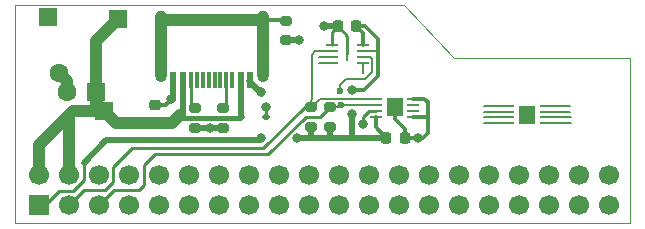
<source format=gbr>
%TF.GenerationSoftware,KiCad,Pcbnew,9.0.7-9.0.7~ubuntu24.04.1*%
%TF.CreationDate,2026-01-11T20:29:34+01:00*%
%TF.ProjectId,mfi,6d66692e-6b69-4636-9164-5f7063625858,rev?*%
%TF.SameCoordinates,Original*%
%TF.FileFunction,Copper,L1,Top*%
%TF.FilePolarity,Positive*%
%FSLAX46Y46*%
G04 Gerber Fmt 4.6, Leading zero omitted, Abs format (unit mm)*
G04 Created by KiCad (PCBNEW 9.0.7-9.0.7~ubuntu24.04.1) date 2026-01-11 20:29:34*
%MOMM*%
%LPD*%
G01*
G04 APERTURE LIST*
G04 Aperture macros list*
%AMRoundRect*
0 Rectangle with rounded corners*
0 $1 Rounding radius*
0 $2 $3 $4 $5 $6 $7 $8 $9 X,Y pos of 4 corners*
0 Add a 4 corners polygon primitive as box body*
4,1,4,$2,$3,$4,$5,$6,$7,$8,$9,$2,$3,0*
0 Add four circle primitives for the rounded corners*
1,1,$1+$1,$2,$3*
1,1,$1+$1,$4,$5*
1,1,$1+$1,$6,$7*
1,1,$1+$1,$8,$9*
0 Add four rect primitives between the rounded corners*
20,1,$1+$1,$2,$3,$4,$5,0*
20,1,$1+$1,$4,$5,$6,$7,0*
20,1,$1+$1,$6,$7,$8,$9,0*
20,1,$1+$1,$8,$9,$2,$3,0*%
G04 Aperture macros list end*
%TA.AperFunction,SMDPad,CuDef*%
%ADD10RoundRect,0.062500X-0.437500X-0.062500X0.437500X-0.062500X0.437500X0.062500X-0.437500X0.062500X0*%
%TD*%
%TA.AperFunction,HeatsinkPad*%
%ADD11R,1.400000X1.600000*%
%TD*%
%TA.AperFunction,SMDPad,CuDef*%
%ADD12RoundRect,0.062500X-0.450000X-0.062500X0.450000X-0.062500X0.450000X0.062500X-0.450000X0.062500X0*%
%TD*%
%TA.AperFunction,HeatsinkPad*%
%ADD13RoundRect,0.100000X-0.000010X-0.500000X0.000010X-0.500000X0.000010X0.500000X-0.000010X0.500000X0*%
%TD*%
%TA.AperFunction,ComponentPad*%
%ADD14RoundRect,0.250000X0.550000X0.550000X-0.550000X0.550000X-0.550000X-0.550000X0.550000X-0.550000X0*%
%TD*%
%TA.AperFunction,ComponentPad*%
%ADD15C,1.600000*%
%TD*%
%TA.AperFunction,ComponentPad*%
%ADD16R,1.700000X1.700000*%
%TD*%
%TA.AperFunction,ComponentPad*%
%ADD17C,1.700000*%
%TD*%
%TA.AperFunction,SMDPad,CuDef*%
%ADD18RoundRect,0.225000X0.225000X0.250000X-0.225000X0.250000X-0.225000X-0.250000X0.225000X-0.250000X0*%
%TD*%
%TA.AperFunction,SMDPad,CuDef*%
%ADD19RoundRect,0.225000X0.250000X-0.225000X0.250000X0.225000X-0.250000X0.225000X-0.250000X-0.225000X0*%
%TD*%
%TA.AperFunction,SMDPad,CuDef*%
%ADD20RoundRect,0.200000X-0.275000X0.200000X-0.275000X-0.200000X0.275000X-0.200000X0.275000X0.200000X0*%
%TD*%
%TA.AperFunction,ComponentPad*%
%ADD21R,1.500000X1.500000*%
%TD*%
%TA.AperFunction,SMDPad,CuDef*%
%ADD22R,0.600000X1.450000*%
%TD*%
%TA.AperFunction,SMDPad,CuDef*%
%ADD23R,0.300000X1.450000*%
%TD*%
%TA.AperFunction,ComponentPad*%
%ADD24O,1.000000X2.100000*%
%TD*%
%TA.AperFunction,ComponentPad*%
%ADD25O,1.000000X1.600000*%
%TD*%
%TA.AperFunction,SMDPad,CuDef*%
%ADD26RoundRect,0.062500X0.437500X0.062500X-0.437500X0.062500X-0.437500X-0.062500X0.437500X-0.062500X0*%
%TD*%
%TA.AperFunction,SMDPad,CuDef*%
%ADD27RoundRect,0.200000X0.275000X-0.200000X0.275000X0.200000X-0.275000X0.200000X-0.275000X-0.200000X0*%
%TD*%
%TA.AperFunction,SMDPad,CuDef*%
%ADD28RoundRect,0.112500X0.187500X0.112500X-0.187500X0.112500X-0.187500X-0.112500X0.187500X-0.112500X0*%
%TD*%
%TA.AperFunction,SMDPad,CuDef*%
%ADD29RoundRect,0.225000X-0.225000X-0.250000X0.225000X-0.250000X0.225000X0.250000X-0.225000X0.250000X0*%
%TD*%
%TA.AperFunction,ViaPad*%
%ADD30C,0.600000*%
%TD*%
%TA.AperFunction,ViaPad*%
%ADD31C,0.800000*%
%TD*%
%TA.AperFunction,Conductor*%
%ADD32C,0.200000*%
%TD*%
%TA.AperFunction,Conductor*%
%ADD33C,0.300000*%
%TD*%
%TA.AperFunction,Conductor*%
%ADD34C,0.167000*%
%TD*%
%TA.AperFunction,Conductor*%
%ADD35C,0.500000*%
%TD*%
%TA.AperFunction,Conductor*%
%ADD36C,0.250000*%
%TD*%
%TA.AperFunction,Conductor*%
%ADD37C,1.000000*%
%TD*%
%TA.AperFunction,Conductor*%
%ADD38C,0.400000*%
%TD*%
%TA.AperFunction,Profile*%
%ADD39C,0.010000*%
%TD*%
G04 APERTURE END LIST*
D10*
%TO.P,U3,1,GND*%
%TO.N,unconnected-(U3-GND-Pad1)*%
X141708112Y-120025000D03*
%TO.P,U3,2,NC*%
%TO.N,unconnected-(U3-NC-Pad2)*%
X141708112Y-120525000D03*
%TO.P,U3,3,NC*%
%TO.N,unconnected-(U3-NC-Pad3)*%
X141708112Y-121025000D03*
%TO.P,U3,4,GND*%
%TO.N,unconnected-(U3-GND-Pad4)*%
X141708112Y-121525000D03*
%TO.P,U3,5,SDA*%
%TO.N,unconnected-(U3-SDA-Pad5)*%
X144908112Y-121525000D03*
%TO.P,U3,6,SCL*%
%TO.N,unconnected-(U3-SCL-Pad6)*%
X144908112Y-121025000D03*
%TO.P,U3,7,GND*%
%TO.N,unconnected-(U3-GND-Pad7)*%
X144908112Y-120525000D03*
%TO.P,U3,8,VDD*%
%TO.N,unconnected-(U3-VDD-Pad8)*%
X144908112Y-120025000D03*
D11*
%TO.P,U3,9,GND*%
%TO.N,unconnected-(U3-GND-Pad9)*%
X143308112Y-120825000D03*
%TD*%
D12*
%TO.P,U2,1,GND*%
%TO.N,GND*%
X126775000Y-114900000D03*
%TO.P,U2,2,SDA*%
%TO.N,/SDA*%
X126775000Y-115400000D03*
%TO.P,U2,3,NC*%
%TO.N,unconnected-(U2-NC-Pad3)*%
X126775000Y-115900000D03*
%TO.P,U2,4,NC*%
%TO.N,unconnected-(U2-NC-Pad4)*%
X126775000Y-116400000D03*
%TO.P,U2,5,NC*%
%TO.N,unconnected-(U2-NC-Pad5)*%
X129400000Y-116400000D03*
%TO.P,U2,6,SCL*%
%TO.N,/SCL*%
X129400000Y-115900000D03*
%TO.P,U2,7,RST*%
%TO.N,+3.3V*%
X129400000Y-115400000D03*
%TO.P,U2,8,VDD*%
X129400000Y-114900000D03*
D13*
%TO.P,U2,9,Thermal*%
%TO.N,GND*%
X128087500Y-115650000D03*
%TD*%
D14*
%TO.P,C3,1*%
%TO.N,+5V*%
X107500000Y-120450000D03*
X106829063Y-118850000D03*
D15*
%TO.P,C3,2*%
%TO.N,GND*%
X104329063Y-118850000D03*
X103658126Y-117250000D03*
%TD*%
D16*
%TO.P,J1,1,3.3V*%
%TO.N,+3.3V*%
X101960000Y-128450000D03*
D17*
%TO.P,J1,2,5V*%
%TO.N,+5V*%
X101960000Y-125910000D03*
%TO.P,J1,3,BCM2_SDA*%
%TO.N,/SDA*%
X104500000Y-128450000D03*
%TO.P,J1,4,5V*%
%TO.N,+5V*%
X104500000Y-125910000D03*
%TO.P,J1,5,BCM3_SCL*%
%TO.N,/SCL*%
X107040000Y-128450000D03*
%TO.P,J1,6,GND*%
%TO.N,GND*%
X107040000Y-125910000D03*
%TO.P,J1,7,BCM4_GPCLK0*%
%TO.N,unconnected-(J1-BCM4_GPCLK0-Pad7)*%
X109580000Y-128450000D03*
%TO.P,J1,8,BCM14_TXD*%
%TO.N,unconnected-(J1-BCM14_TXD-Pad8)*%
X109580000Y-125910000D03*
%TO.P,J1,9,GND*%
%TO.N,GND*%
X112120000Y-128450000D03*
%TO.P,J1,10,BCM15_RXD*%
%TO.N,unconnected-(J1-BCM15_RXD-Pad10)*%
X112120000Y-125910000D03*
%TO.P,J1,11,BCM17*%
%TO.N,unconnected-(J1-BCM17-Pad11)*%
X114660000Y-128450000D03*
%TO.P,J1,12,BCM18_PCM_C*%
%TO.N,unconnected-(J1-BCM18_PCM_C-Pad12)*%
X114660000Y-125910000D03*
%TO.P,J1,13,BCM27*%
%TO.N,unconnected-(J1-BCM27-Pad13)*%
X117200000Y-128450000D03*
%TO.P,J1,14,GND*%
%TO.N,GND*%
X117200000Y-125910000D03*
%TO.P,J1,15,BCM22*%
%TO.N,unconnected-(J1-BCM22-Pad15)*%
X119740000Y-128450000D03*
%TO.P,J1,16,BCM23*%
%TO.N,unconnected-(J1-BCM23-Pad16)*%
X119740000Y-125910000D03*
%TO.P,J1,17,3.3V*%
%TO.N,unconnected-(J1-3.3V-Pad17)*%
X122280000Y-128450000D03*
%TO.P,J1,18,BCM24*%
%TO.N,unconnected-(J1-BCM24-Pad18)*%
X122280000Y-125910000D03*
%TO.P,J1,19,BCM10_MOSI*%
%TO.N,unconnected-(J1-BCM10_MOSI-Pad19)*%
X124820000Y-128450000D03*
%TO.P,J1,20,GND*%
%TO.N,GND*%
X124820000Y-125910000D03*
%TO.P,J1,21,BCM9_MISO*%
%TO.N,unconnected-(J1-BCM9_MISO-Pad21)*%
X127360000Y-128450000D03*
%TO.P,J1,22,BCM25*%
%TO.N,unconnected-(J1-BCM25-Pad22)*%
X127360000Y-125910000D03*
%TO.P,J1,23,BCM11_SCLK*%
%TO.N,unconnected-(J1-BCM11_SCLK-Pad23)*%
X129900000Y-128450000D03*
%TO.P,J1,24,BCM8_CE0*%
%TO.N,unconnected-(J1-BCM8_CE0-Pad24)*%
X129900000Y-125910000D03*
%TO.P,J1,25,GND*%
%TO.N,GND*%
X132440000Y-128450000D03*
%TO.P,J1,26,BCM7_CE1*%
%TO.N,unconnected-(J1-BCM7_CE1-Pad26)*%
X132440000Y-125910000D03*
%TO.P,J1,27,BCM0_ID_SD*%
%TO.N,unconnected-(J1-BCM0_ID_SD-Pad27)*%
X134980000Y-128450000D03*
%TO.P,J1,28,BCM1_ID_SC*%
%TO.N,unconnected-(J1-BCM1_ID_SC-Pad28)*%
X134980000Y-125910000D03*
%TO.P,J1,29,BCM5*%
%TO.N,unconnected-(J1-BCM5-Pad29)*%
X137520000Y-128450000D03*
%TO.P,J1,30,GND*%
%TO.N,GND*%
X137520000Y-125910000D03*
%TO.P,J1,31,BCM6*%
%TO.N,unconnected-(J1-BCM6-Pad31)*%
X140060000Y-128450000D03*
%TO.P,J1,32,BCM12_PWM0*%
%TO.N,unconnected-(J1-BCM12_PWM0-Pad32)*%
X140060000Y-125910000D03*
%TO.P,J1,33,BCM13_PWM1*%
%TO.N,unconnected-(J1-BCM13_PWM1-Pad33)*%
X142600000Y-128450000D03*
%TO.P,J1,34,GND*%
%TO.N,GND*%
X142600000Y-125910000D03*
%TO.P,J1,35,BCM19_MISO_PCM_FS*%
%TO.N,unconnected-(J1-BCM19_MISO_PCM_FS-Pad35)*%
X145140000Y-128450000D03*
%TO.P,J1,36,BCM16*%
%TO.N,unconnected-(J1-BCM16-Pad36)*%
X145140000Y-125910000D03*
%TO.P,J1,37,BCM26*%
%TO.N,unconnected-(J1-BCM26-Pad37)*%
X147680000Y-128450000D03*
%TO.P,J1,38,BCM20_MOSI_PCM_DI*%
%TO.N,unconnected-(J1-BCM20_MOSI_PCM_DI-Pad38)*%
X147680000Y-125910000D03*
%TO.P,J1,39,GND*%
%TO.N,GND*%
X150220000Y-128450000D03*
%TO.P,J1,40,BCM21_SCLK_PCM_DO*%
%TO.N,unconnected-(J1-BCM21_SCLK_PCM_DO-Pad40)*%
X150220000Y-125910000D03*
%TD*%
D18*
%TO.P,C2,1*%
%TO.N,+3.3V*%
X128850000Y-113300000D03*
%TO.P,C2,2*%
%TO.N,GND*%
X127300000Y-113300000D03*
%TD*%
D19*
%TO.P,C9,1*%
%TO.N,+5V*%
X111800000Y-121500000D03*
%TO.P,C9,2*%
%TO.N,GND*%
X111800000Y-119950000D03*
%TD*%
D20*
%TO.P,R4,1*%
%TO.N,Net-(J4-CC2)*%
X115210000Y-120225000D03*
%TO.P,R4,2*%
%TO.N,GND*%
X115210000Y-121875000D03*
%TD*%
%TO.P,R5,1*%
%TO.N,Net-(J4-SHIELD)*%
X122900000Y-112850000D03*
%TO.P,R5,2*%
%TO.N,GND*%
X122900000Y-114500000D03*
%TD*%
D21*
%TO.P,TP2,1,1*%
%TO.N,+5V*%
X108700000Y-112650000D03*
%TD*%
%TO.P,TP4,1,1*%
%TO.N,GND*%
X102800000Y-112550000D03*
%TD*%
D22*
%TO.P,J4,A1,GND*%
%TO.N,GND*%
X119860000Y-117895000D03*
%TO.P,J4,A4,VBUS*%
%TO.N,+5V*%
X119060000Y-117895000D03*
D23*
%TO.P,J4,A5,CC1*%
%TO.N,Net-(J4-CC1)*%
X117860000Y-117895000D03*
%TO.P,J4,A6,D+*%
%TO.N,unconnected-(J4-D+-PadA6)*%
X116860000Y-117895000D03*
%TO.P,J4,A7,D-*%
%TO.N,unconnected-(J4-D--PadA7)*%
X116360000Y-117895000D03*
%TO.P,J4,A8,SBU1*%
%TO.N,unconnected-(J4-SBU1-PadA8)*%
X115360000Y-117895000D03*
D22*
%TO.P,J4,A9,VBUS*%
%TO.N,+5V*%
X114160000Y-117895000D03*
%TO.P,J4,A12,GND*%
%TO.N,GND*%
X113360000Y-117895000D03*
%TO.P,J4,B1,GND*%
X113360000Y-117895000D03*
%TO.P,J4,B4,VBUS*%
%TO.N,+5V*%
X114160000Y-117895000D03*
D23*
%TO.P,J4,B5,CC2*%
%TO.N,Net-(J4-CC2)*%
X114860000Y-117895000D03*
%TO.P,J4,B6,D+*%
%TO.N,unconnected-(J4-D+-PadB6)*%
X115860000Y-117895000D03*
%TO.P,J4,B7,D-*%
%TO.N,unconnected-(J4-D--PadB7)*%
X117360000Y-117895000D03*
%TO.P,J4,B8,SBU2*%
%TO.N,unconnected-(J4-SBU2-PadB8)*%
X118360000Y-117895000D03*
D22*
%TO.P,J4,B9,VBUS*%
%TO.N,+5V*%
X119060000Y-117895000D03*
%TO.P,J4,B12,GND*%
%TO.N,GND*%
X119860000Y-117895000D03*
D24*
%TO.P,J4,S1,SHIELD*%
%TO.N,Net-(J4-SHIELD)*%
X120930000Y-116980000D03*
D25*
X120930000Y-112800000D03*
D24*
X112290000Y-116980000D03*
D25*
X112290000Y-112800000D03*
%TD*%
D20*
%TO.P,R3,1*%
%TO.N,Net-(J4-CC1)*%
X117610000Y-120225000D03*
%TO.P,R3,2*%
%TO.N,GND*%
X117610000Y-121875000D03*
%TD*%
D26*
%TO.P,U1,1,GND*%
%TO.N,GND*%
X133700000Y-120950000D03*
%TO.P,U1,2,NC*%
%TO.N,unconnected-(U1-NC-Pad2)*%
X133700000Y-120450000D03*
%TO.P,U1,3,NC*%
%TO.N,unconnected-(U1-NC-Pad3)*%
X133700000Y-119950000D03*
%TO.P,U1,4,GND*%
%TO.N,GND*%
X133700000Y-119450000D03*
%TO.P,U1,5,SDA*%
%TO.N,/SDA*%
X130500000Y-119450000D03*
%TO.P,U1,6,SCL*%
%TO.N,/SCL*%
X130500000Y-119950000D03*
%TO.P,U1,7,GND*%
%TO.N,GND*%
X130500000Y-120450000D03*
%TO.P,U1,8,VDD*%
%TO.N,+3.3V*%
X130500000Y-120950000D03*
D11*
%TO.P,U1,9,GND*%
%TO.N,GND*%
X132100000Y-120150000D03*
%TD*%
D27*
%TO.P,R2,1*%
%TO.N,+3.3V*%
X125000000Y-121800000D03*
%TO.P,R2,2*%
%TO.N,/SDA*%
X125000000Y-120150000D03*
%TD*%
D28*
%TO.P,D5,1,A1*%
%TO.N,GND*%
X121200000Y-120950000D03*
%TO.P,D5,2,A2*%
%TO.N,+5V*%
X119100000Y-120950000D03*
%TD*%
D27*
%TO.P,R1,1*%
%TO.N,+3.3V*%
X126600000Y-121800000D03*
%TO.P,R1,2*%
%TO.N,/SCL*%
X126600000Y-120150000D03*
%TD*%
D29*
%TO.P,C1,1*%
%TO.N,+3.3V*%
X131400000Y-122750000D03*
%TO.P,C1,2*%
%TO.N,GND*%
X132950000Y-122750000D03*
%TD*%
D30*
%TO.N,/SCL*%
X127600000Y-119960500D03*
X127500000Y-118800000D03*
D31*
%TO.N,+3.3V*%
X128500000Y-120700000D03*
X128500000Y-118700000D03*
%TO.N,GND*%
X126100000Y-113300000D03*
X134100000Y-122750000D03*
X124000000Y-114450000D03*
X113210000Y-119450000D03*
X129400000Y-121550000D03*
X116460000Y-121900000D03*
X121200000Y-120150000D03*
X120810000Y-118900000D03*
%TO.N,+3.3V*%
X120800000Y-122750000D03*
X123800000Y-122750000D03*
%TD*%
D32*
%TO.N,unconnected-(U3-GND-Pad4)*%
X139641556Y-121525000D02*
X141758444Y-121525000D01*
%TO.N,unconnected-(U3-NC-Pad3)*%
X139641556Y-121025000D02*
X141758444Y-121025000D01*
%TO.N,unconnected-(U3-NC-Pad2)*%
X139666556Y-120525000D02*
X141733444Y-120525000D01*
%TO.N,unconnected-(U3-GND-Pad1)*%
X139666556Y-120025000D02*
X141733444Y-120025000D01*
%TO.N,unconnected-(U3-SDA-Pad5)*%
X144908112Y-121525000D02*
X147025000Y-121525000D01*
%TO.N,unconnected-(U3-SCL-Pad6)*%
X144908112Y-121025000D02*
X147025000Y-121025000D01*
%TO.N,unconnected-(U3-GND-Pad7)*%
X144908112Y-120525000D02*
X146975000Y-120525000D01*
%TO.N,unconnected-(U3-VDD-Pad8)*%
X144908112Y-120025000D02*
X146975000Y-120025000D01*
D33*
%TO.N,+3.3V*%
X130700000Y-115400000D02*
X130700000Y-114400000D01*
X130700000Y-114400000D02*
X129600000Y-113300000D01*
X129600000Y-113300000D02*
X128850000Y-113300000D01*
X129400000Y-114900000D02*
X129400000Y-113850000D01*
X129400000Y-113850000D02*
X128850000Y-113300000D01*
X130700000Y-117500000D02*
X130700000Y-115400000D01*
D32*
X129400000Y-115400000D02*
X130700000Y-115400000D01*
D33*
X128500000Y-118700000D02*
X129500000Y-118700000D01*
X129500000Y-118700000D02*
X130700000Y-117500000D01*
D34*
%TO.N,/SCL*%
X130200000Y-116100000D02*
X130200000Y-117200000D01*
X130200000Y-117200000D02*
X129600000Y-117800000D01*
X129400000Y-115900000D02*
X130000000Y-115900000D01*
X130000000Y-115900000D02*
X130200000Y-116100000D01*
X127500000Y-118300000D02*
X127500000Y-118900000D01*
X129600000Y-117800000D02*
X128000000Y-117800000D01*
X128000000Y-117800000D02*
X127500000Y-118300000D01*
D35*
%TO.N,+3.3V*%
X126600000Y-122750000D02*
X128500000Y-122750000D01*
X128500000Y-120700000D02*
X128500000Y-122750000D01*
D34*
%TO.N,unconnected-(U2-NC-Pad5)*%
X129400000Y-116400000D02*
X129400000Y-117300000D01*
%TO.N,unconnected-(U2-NC-Pad4)*%
X126775000Y-116400000D02*
X125700000Y-116400000D01*
%TO.N,unconnected-(U2-NC-Pad3)*%
X126775000Y-115900000D02*
X125700000Y-115900000D01*
%TO.N,/SDA*%
X125000000Y-120150000D02*
X125000000Y-119600000D01*
X125000000Y-119600000D02*
X125100000Y-119500000D01*
X125100000Y-119500000D02*
X125100000Y-115700000D01*
X125100000Y-115700000D02*
X125400000Y-115400000D01*
X125400000Y-115400000D02*
X126775000Y-115400000D01*
D36*
%TO.N,GND*%
X128087500Y-115650000D02*
X128087500Y-114087500D01*
X128087500Y-114087500D02*
X127300000Y-113300000D01*
X126775000Y-114900000D02*
X126775000Y-113825000D01*
X126775000Y-113825000D02*
X127300000Y-113300000D01*
D35*
X127300000Y-113300000D02*
X126100000Y-113300000D01*
D33*
X134900000Y-122350000D02*
X134500000Y-122750000D01*
D36*
X129400000Y-121450000D02*
X129400000Y-121550000D01*
D35*
X116485000Y-121875000D02*
X116460000Y-121900000D01*
D33*
X112710000Y-119950000D02*
X113210000Y-119450000D01*
D37*
X104329063Y-118850000D02*
X104329063Y-117920937D01*
D36*
X129900000Y-120450000D02*
X129400000Y-120950000D01*
D33*
X134600000Y-119450000D02*
X134900000Y-119750000D01*
D36*
X130500000Y-120450000D02*
X129900000Y-120450000D01*
D35*
X116435000Y-121875000D02*
X116460000Y-121900000D01*
D33*
X134900000Y-119750000D02*
X134900000Y-122350000D01*
D35*
X117610000Y-121875000D02*
X116485000Y-121875000D01*
D36*
X121200000Y-120950000D02*
X121200000Y-120150000D01*
D33*
X132100000Y-120150000D02*
X132100000Y-121150000D01*
X132100000Y-121150000D02*
X132950000Y-122000000D01*
D37*
X104329063Y-117920937D02*
X103658126Y-117250000D01*
D35*
X119810000Y-117950000D02*
X120860000Y-119000000D01*
X122900000Y-114500000D02*
X123950000Y-114500000D01*
D36*
X129400000Y-120950000D02*
X129400000Y-121450000D01*
D33*
X111800000Y-119950000D02*
X112710000Y-119950000D01*
X132950000Y-122000000D02*
X132950000Y-122750000D01*
D35*
X115210000Y-121875000D02*
X116435000Y-121875000D01*
D33*
X133700000Y-120950000D02*
X134900000Y-120950000D01*
X133700000Y-119450000D02*
X134600000Y-119450000D01*
D35*
X113360000Y-118250000D02*
X113360000Y-119550000D01*
D33*
X134500000Y-122750000D02*
X132950000Y-122750000D01*
D35*
X123950000Y-114500000D02*
X124000000Y-114450000D01*
%TO.N,+3.3V*%
X120800000Y-122850000D02*
X120700000Y-122950000D01*
D36*
X101960000Y-128450000D02*
X102500000Y-128450000D01*
D35*
X126600000Y-121800000D02*
X126600000Y-122750000D01*
X125000000Y-121800000D02*
X125000000Y-122750000D01*
D36*
X125000000Y-121800000D02*
X125000000Y-121850000D01*
D33*
X130500000Y-121850000D02*
X131400000Y-122750000D01*
D36*
X104900000Y-127250000D02*
X105800000Y-126350000D01*
D35*
X128500000Y-122750000D02*
X131400000Y-122750000D01*
X123800000Y-122750000D02*
X125000000Y-122750000D01*
D33*
X130500000Y-120950000D02*
X130500000Y-121850000D01*
D35*
X107700000Y-122950000D02*
X105800000Y-124850000D01*
X125000000Y-122750000D02*
X126600000Y-122750000D01*
D36*
X105800000Y-126350000D02*
X105800000Y-124850000D01*
D35*
X120800000Y-122750000D02*
X120800000Y-122850000D01*
D36*
X102500000Y-128450000D02*
X103700000Y-127250000D01*
D35*
X120700000Y-122950000D02*
X107700000Y-122950000D01*
D36*
X103700000Y-127250000D02*
X104900000Y-127250000D01*
%TO.N,Net-(J4-CC1)*%
X117860000Y-120075000D02*
X117860000Y-117925000D01*
%TO.N,Net-(J4-CC2)*%
X114860000Y-120225000D02*
X114860000Y-118075000D01*
D35*
%TO.N,Net-(J4-SHIELD)*%
X112290000Y-113850000D02*
X112290000Y-112800000D01*
D37*
X112290000Y-116380000D02*
X112290000Y-112800000D01*
D35*
X112265000Y-113825000D02*
X112290000Y-113850000D01*
D33*
X120930000Y-112800000D02*
X122850000Y-112800000D01*
X122850000Y-112800000D02*
X122900000Y-112850000D01*
D37*
X120930000Y-116980000D02*
X120930000Y-112800000D01*
X120930000Y-112800000D02*
X112290000Y-112800000D01*
D38*
%TO.N,+5V*%
X114000000Y-121050000D02*
X113900000Y-120950000D01*
D37*
X113250000Y-121500000D02*
X113900000Y-120850000D01*
X101960000Y-125910000D02*
X101960000Y-123390000D01*
X106829063Y-118850000D02*
X106829063Y-114520937D01*
D35*
X119100000Y-119510000D02*
X119100000Y-120950000D01*
D38*
X119000000Y-121050000D02*
X114000000Y-121050000D01*
D37*
X106829063Y-118850000D02*
X106829063Y-119779063D01*
X108550000Y-121500000D02*
X107500000Y-120450000D01*
D38*
X119100000Y-120950000D02*
X119000000Y-121050000D01*
D35*
X119110000Y-117950000D02*
X119110000Y-119500000D01*
D37*
X111800000Y-121500000D02*
X113250000Y-121500000D01*
X101960000Y-123390000D02*
X104900000Y-120450000D01*
X104500000Y-125910000D02*
X104500000Y-120950000D01*
D35*
X114160000Y-117859835D02*
X114160000Y-120590000D01*
D37*
X104900000Y-120450000D02*
X107500000Y-120450000D01*
D35*
X119110000Y-119500000D02*
X119100000Y-119510000D01*
D37*
X111800000Y-121500000D02*
X108550000Y-121500000D01*
X106829063Y-114520937D02*
X108700000Y-112650000D01*
X106829063Y-119779063D02*
X107500000Y-120450000D01*
D35*
X114160000Y-120590000D02*
X113800000Y-120950000D01*
D36*
%TO.N,/SCL*%
X107040000Y-128450000D02*
X108340000Y-127150000D01*
X110500000Y-127150000D02*
X110900000Y-126750000D01*
X125800000Y-120950000D02*
X126600000Y-120150000D01*
D34*
X130500000Y-119950000D02*
X127400000Y-119950000D01*
D36*
X108340000Y-127150000D02*
X110500000Y-127150000D01*
X110900000Y-126750000D02*
X110900000Y-125052000D01*
D34*
X127400000Y-119950000D02*
X127200000Y-120150000D01*
D36*
X121400000Y-124150000D02*
X124600000Y-120950000D01*
X124600000Y-120950000D02*
X125800000Y-120950000D01*
X110900000Y-125052000D02*
X111802000Y-124150000D01*
D34*
X127200000Y-120150000D02*
X126600000Y-120150000D01*
D36*
X111802000Y-124150000D02*
X121400000Y-124150000D01*
%TO.N,/SDA*%
X108300000Y-126454537D02*
X108300000Y-125238442D01*
X109888442Y-123650000D02*
X121000000Y-123650000D01*
X104500000Y-128450000D02*
X105764000Y-127186000D01*
X107568537Y-127186000D02*
X108300000Y-126454537D01*
X121000000Y-123650000D02*
X124500000Y-120150000D01*
X105764000Y-127186000D02*
X107568537Y-127186000D01*
D34*
X125800000Y-119450000D02*
X125100000Y-120150000D01*
X130500000Y-119450000D02*
X125800000Y-119450000D01*
D36*
X108300000Y-125238442D02*
X109888442Y-123650000D01*
X124500000Y-120150000D02*
X125000000Y-120150000D01*
%TD*%
D39*
X137100000Y-116000000D02*
X152000000Y-116000000D01*
X132900000Y-111500000D02*
X137100000Y-116000000D01*
X100000000Y-130000000D02*
X152000000Y-130000000D01*
X100000000Y-111500000D02*
X132900000Y-111500000D01*
X152000000Y-116000000D02*
X152000000Y-130000000D01*
X100000000Y-111500000D02*
X100000000Y-130000000D01*
M02*

</source>
